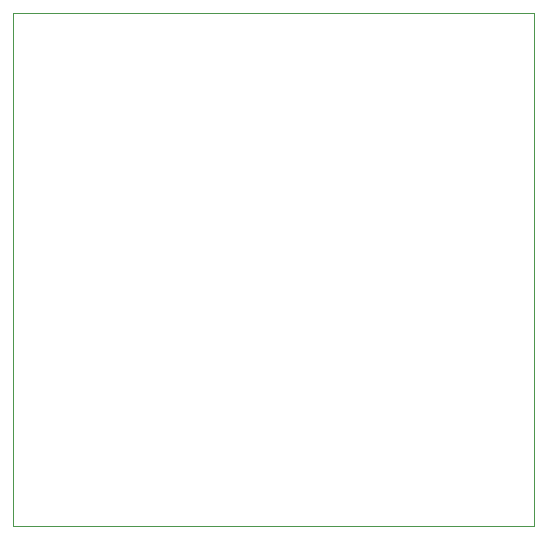
<source format=gbr>
G04 #@! TF.GenerationSoftware,KiCad,Pcbnew,(5.99.0-12750-ge81b516a82)*
G04 #@! TF.CreationDate,2021-10-13T14:39:13-04:00*
G04 #@! TF.ProjectId,Audio_teensy,41756469-6f5f-4746-9565-6e73792e6b69,1.3*
G04 #@! TF.SameCoordinates,Original*
G04 #@! TF.FileFunction,Profile,NP*
%FSLAX46Y46*%
G04 Gerber Fmt 4.6, Leading zero omitted, Abs format (unit mm)*
G04 Created by KiCad (PCBNEW (5.99.0-12750-ge81b516a82)) date 2021-10-13 14:39:13*
%MOMM*%
%LPD*%
G01*
G04 APERTURE LIST*
G04 #@! TA.AperFunction,Profile*
%ADD10C,0.050000*%
G04 #@! TD*
G04 APERTURE END LIST*
D10*
X119700000Y-126750000D02*
X119700000Y-83300000D01*
X163800000Y-126750000D02*
X119700000Y-126750000D01*
X163800000Y-83300000D02*
X163800000Y-126750000D01*
X119700000Y-83300000D02*
X163800000Y-83300000D01*
M02*

</source>
